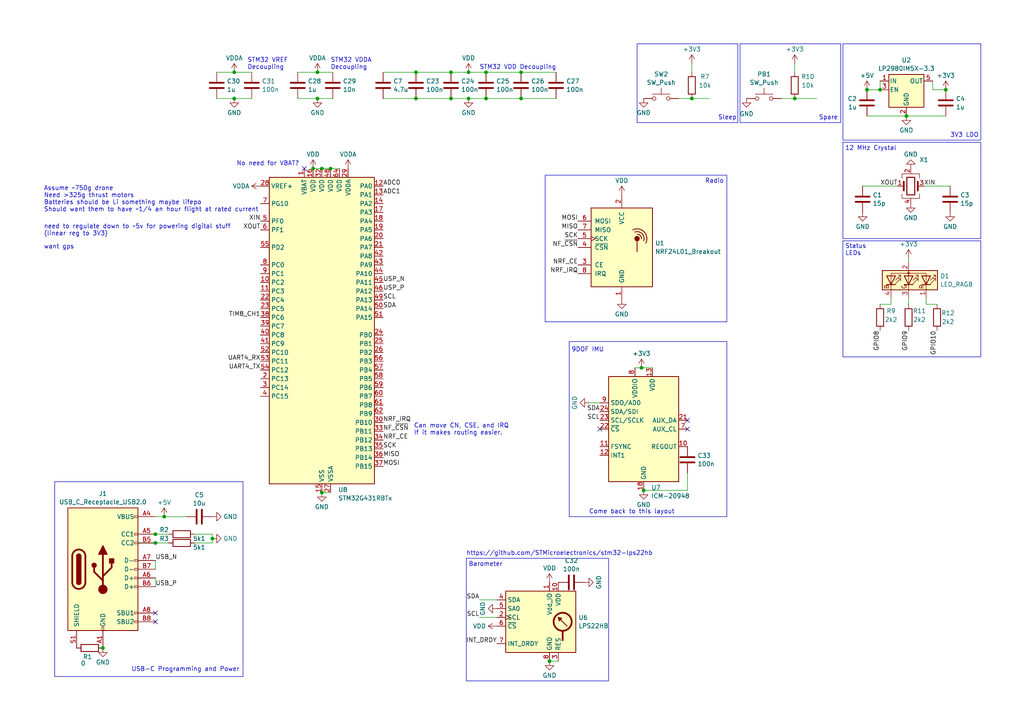
<source format=kicad_sch>
(kicad_sch (version 20230121) (generator eeschema)
  (paper "A4")
  (lib_symbols
    (symbol "Connector:USB_C_Receptacle_USB2.0" (pin_names (offset 1.016))
      (property "Reference" "J" (at -10.16 19.05 0))
      (property "Value" "USB_C_Receptacle_USB2.0" (at 19.05 19.05 0))
      (symbol "USB_C_Receptacle_USB2.0_0_0"
        (rectangle (start -0.254 -17.78) (end 0.254 -16.764))
        (rectangle (start 10.16 -14.986) (end 9.144 -15.494))
        (rectangle (start 10.16 -12.446) (end 9.144 -12.954))
        (rectangle (start 10.16 -4.826) (end 9.144 -5.334))
        (rectangle (start 10.16 -2.286) (end 9.144 -2.794))
        (rectangle (start 10.16 0.254) (end 9.144 -0.254))
        (rectangle (start 10.16 2.794) (end 9.144 2.286))
        (rectangle (start 10.16 7.874) (end 9.144 7.366))
        (rectangle (start 10.16 10.414) (end 9.144 9.906))
        (rectangle (start 10.16 15.494) (end 9.144 14.986))
      )
      (symbol "USB_C_Receptacle_USB2.0_0_1"
        (rectangle (start -10.16 17.78) (end 10.16 -17.78) (stroke (width 0.254)) (fill (type background)))
        (arc (start -8.89 -3.81) (mid -6.985 -5.7067) (end -5.08 -3.81) (stroke (width 0.508)))
        (arc (start -7.62 -3.81) (mid -6.985 -4.4423) (end -6.35 -3.81) (stroke (width 0.254)))
        (arc (start -7.62 -3.81) (mid -6.985 -4.4423) (end -6.35 -3.81) (stroke (width 0.254)) (fill (type outline)))
        (rectangle (start -7.62 -3.81) (end -6.35 3.81) (stroke (width 0.254)) (fill (type outline)))
        (arc (start -6.35 3.81) (mid -6.985 4.4423) (end -7.62 3.81) (stroke (width 0.254)))
        (arc (start -6.35 3.81) (mid -6.985 4.4423) (end -7.62 3.81) (stroke (width 0.254)) (fill (type outline)))
        (arc (start -5.08 3.81) (mid -6.985 5.7067) (end -8.89 3.81) (stroke (width 0.508)))
        (circle (center -2.54 1.143) (radius 0.635) (stroke (width 0.254)) (fill (type outline)))
        (circle (center 0 -5.842) (radius 1.27) (fill (type outline)))
        (polyline (pts (xy -8.89 -3.81) (xy -8.89 3.81)) (stroke (width 0.508)))
        (polyline (pts (xy -5.08 3.81) (xy -5.08 -3.81)) (stroke (width 0.508)))
        (polyline (pts (xy 0 -5.842) (xy 0 4.318)) (stroke (width 0.508)))
        (polyline (pts (xy 0 -3.302) (xy -2.54 -0.762) (xy -2.54 0.508)) (stroke (width 0.508)))
        (polyline (pts (xy 0 -2.032) (xy 2.54 0.508) (xy 2.54 1.778)) (stroke (width 0.508)))
        (polyline (pts (xy -1.27 4.318) (xy 0 6.858) (xy 1.27 4.318) (xy -1.27 4.318)) (stroke (width 0.254)) (fill (type outline)))
        (rectangle (start 1.905 1.778) (end 3.175 3.048) (stroke (width 0.254)) (fill (type outline)))
      )
      (symbol "USB_C_Receptacle_USB2.0_1_1"
        (pin passive line (at 0 -22.86 90) (length 5.08) (name "GND") (number "A1"))
        (pin passive line (at 0 -22.86 90) (length 5.08) hide (name "GND") (number "A12"))
        (pin passive line (at 15.24 15.24 180) (length 5.08) (name "VBUS") (number "A4"))
        (pin bidirectional line (at 15.24 10.16 180) (length 5.08) (name "CC1") (number "A5"))
        (pin bidirectional line (at 15.24 -2.54 180) (length 5.08) (name "D+") (number "A6"))
        (pin bidirectional line (at 15.24 2.54 180) (length 5.08) (name "D-") (number "A7"))
        (pin bidirectional line (at 15.24 -12.7 180) (length 5.08) (name "SBU1") (number "A8"))
        (pin passive line (at 15.24 15.24 180) (length 5.08) hide (name "VBUS") (number "A9"))
        (pin passive line (at 0 -22.86 90) (length 5.08) hide (name "GND") (number "B1"))
        (pin passive line (at 0 -22.86 90) (length 5.08) hide (name "GND") (number "B12"))
        (pin passive line (at 15.24 15.24 180) (length 5.08) hide (name "VBUS") (number "B4"))
        (pin bidirectional line (at 15.24 7.62 180) (length 5.08) (name "CC2") (number "B5"))
        (pin bidirectional line (at 15.24 -5.08 180) (length 5.08) (name "D+") (number "B6"))
        (pin bidirectional line (at 15.24 0 180) (length 5.08) (name "D-") (number "B7"))
        (pin bidirectional line (at 15.24 -15.24 180) (length 5.08) (name "SBU2") (number "B8"))
        (pin passive line (at 15.24 15.24 180) (length 5.08) hide (name "VBUS") (number "B9"))
        (pin passive line (at -7.62 -22.86 90) (length 5.08) (name "SHIELD") (number "S1"))
      )
    )
    (symbol "Device:C" (pin_numbers hide) (pin_names (offset 0.254))
      (property "Reference" "C" (at 0.635 2.54 0))
      (property "Value" "C" (at 0.635 -2.54 0))
      (symbol "C_0_1"
        (polyline (pts (xy -2.032 -0.762) (xy 2.032 -0.762)) (stroke (width 0.508)))
        (polyline (pts (xy -2.032 0.762) (xy 2.032 0.762)) (stroke (width 0.508)))
      )
      (symbol "C_1_1"
        (pin passive line (at 0 3.81 270) (length 2.794) (name "~") (number "1"))
        (pin passive line (at 0 -3.81 90) (length 2.794) (name "~") (number "2"))
      )
    )
    (symbol "Device:Crystal_GND24" (pin_names (offset 1.016) hide)
      (property "Reference" "Y" (at 3.175 5.08 0))
      (property "Value" "Crystal_GND24" (at 3.175 3.175 0))
      (symbol "Crystal_GND24_0_1"
        (rectangle (start -1.143 2.54) (end 1.143 -2.54) (stroke (width 0.3048)))
        (polyline (pts (xy -2.54 0) (xy -2.032 0)))
        (polyline (pts (xy -2.032 -1.27) (xy -2.032 1.27)) (stroke (width 0.508)))
        (polyline (pts (xy 0 -3.81) (xy 0 -3.556)))
        (polyline (pts (xy 0 3.556) (xy 0 3.81)))
        (polyline (pts (xy 2.032 -1.27) (xy 2.032 1.27)) (stroke (width 0.508)))
        (polyline (pts (xy 2.032 0) (xy 2.54 0)))
        (polyline (pts (xy -2.54 -2.286) (xy -2.54 -3.556) (xy 2.54 -3.556) (xy 2.54 -2.286)))
        (polyline (pts (xy -2.54 2.286) (xy -2.54 3.556) (xy 2.54 3.556) (xy 2.54 2.286)))
      )
      (symbol "Crystal_GND24_1_1"
        (pin passive line (at -3.81 0 0) (length 1.27) (name "1") (number "1"))
        (pin passive line (at 0 5.08 270) (length 1.27) (name "2") (number "2"))
        (pin passive line (at 3.81 0 180) (length 1.27) (name "3") (number "3"))
        (pin passive line (at 0 -5.08 90) (length 1.27) (name "4") (number "4"))
      )
    )
    (symbol "Device:LED_RAGB" (pin_names (offset 0) hide)
      (property "Reference" "D" (at 0 9.398 0))
      (property "Value" "LED_RAGB" (at 0 -8.89 0))
      (symbol "LED_RAGB_0_0"
        (text "B" (at -1.905 -6.35 0) (effects (font (size 1.27 1.27))))
        (text "G" (at -1.905 -1.27 0) (effects (font (size 1.27 1.27))))
        (text "R" (at -1.905 3.81 0) (effects (font (size 1.27 1.27))))
      )
      (symbol "LED_RAGB_0_1"
        (polyline (pts (xy -1.27 -5.08) (xy -2.54 -5.08)))
        (polyline (pts (xy -1.27 -5.08) (xy 1.27 -5.08)))
        (polyline (pts (xy -1.27 -3.81) (xy -1.27 -6.35)) (stroke (width 0.254)))
        (polyline (pts (xy -1.27 0) (xy -2.54 0)))
        (polyline (pts (xy -1.27 1.27) (xy -1.27 -1.27)) (stroke (width 0.254)))
        (polyline (pts (xy -1.27 5.08) (xy -2.54 5.08)))
        (polyline (pts (xy -1.27 5.08) (xy 1.27 5.08)))
        (polyline (pts (xy -1.27 6.35) (xy -1.27 3.81)) (stroke (width 0.254)))
        (polyline (pts (xy 1.27 0) (xy -1.27 0)))
        (polyline (pts (xy 1.27 0) (xy 2.54 0)))
        (polyline (pts (xy -1.27 1.27) (xy -1.27 -1.27) (xy -1.27 -1.27)))
        (polyline (pts (xy -1.27 6.35) (xy -1.27 3.81) (xy -1.27 3.81)))
        (polyline (pts (xy 1.27 -5.08) (xy 2.032 -5.08) (xy 2.032 5.08) (xy 1.27 5.08)))
        (polyline (pts (xy 1.27 -3.81) (xy 1.27 -6.35) (xy -1.27 -5.08) (xy 1.27 -3.81)) (stroke (width 0.254)))
        (polyline (pts (xy 1.27 1.27) (xy 1.27 -1.27) (xy -1.27 0) (xy 1.27 1.27)) (stroke (width 0.254)))
        (polyline (pts (xy 1.27 6.35) (xy 1.27 3.81) (xy -1.27 5.08) (xy 1.27 6.35)) (stroke (width 0.254)))
        (polyline (pts (xy -1.016 -3.81) (xy 0.508 -2.286) (xy -0.254 -2.286) (xy 0.508 -2.286) (xy 0.508 -3.048)))
        (polyline (pts (xy -1.016 1.27) (xy 0.508 2.794) (xy -0.254 2.794) (xy 0.508 2.794) (xy 0.508 2.032)))
        (polyline (pts (xy -1.016 6.35) (xy 0.508 7.874) (xy -0.254 7.874) (xy 0.508 7.874) (xy 0.508 7.112)))
        (polyline (pts (xy 0 -3.81) (xy 1.524 -2.286) (xy 0.762 -2.286) (xy 1.524 -2.286) (xy 1.524 -3.048)))
        (polyline (pts (xy 0 1.27) (xy 1.524 2.794) (xy 0.762 2.794) (xy 1.524 2.794) (xy 1.524 2.032)))
        (polyline (pts (xy 0 6.35) (xy 1.524 7.874) (xy 0.762 7.874) (xy 1.524 7.874) (xy 1.524 7.112)))
        (rectangle (start 1.27 -1.27) (end 1.27 1.27))
        (rectangle (start 1.27 1.27) (end 1.27 1.27))
        (rectangle (start 1.27 3.81) (end 1.27 6.35))
        (rectangle (start 1.27 6.35) (end 1.27 6.35))
        (circle (center 2.032 0) (radius 0.254) (fill (type outline)))
        (rectangle (start 2.794 8.382) (end -2.794 -7.62) (stroke (width 0.254)) (fill (type background)))
      )
      (symbol "LED_RAGB_1_1"
        (pin passive line (at -5.08 5.08 0) (length 2.54) (name "RK") (number "1"))
        (pin passive line (at 5.08 0 180) (length 2.54) (name "A") (number "2"))
        (pin passive line (at -5.08 0 0) (length 2.54) (name "GK") (number "3"))
        (pin passive line (at -5.08 -5.08 0) (length 2.54) (name "BK") (number "4"))
      )
    )
    (symbol "Device:R" (pin_numbers hide) (pin_names (offset 0))
      (property "Reference" "R" (at 2.032 0 90))
      (property "Value" "R" (at 0 0 90))
      (symbol "R_0_1"
        (rectangle (start -1.016 -2.54) (end 1.016 2.54) (stroke (width 0.254)))
      )
      (symbol "R_1_1"
        (pin passive line (at 0 3.81 270) (length 1.27) (name "~") (number "1"))
        (pin passive line (at 0 -3.81 90) (length 1.27) (name "~") (number "2"))
      )
    )
    (symbol "MCU_ST_STM32G4:STM32G431RBTx"
      (property "Reference" "U" (at -15.24 46.99 0))
      (property "Value" "STM32G431RBTx" (at 10.16 46.99 0))
      (symbol "STM32G431RBTx_0_1"
        (rectangle (start -15.24 -43.18) (end 15.24 45.72) (stroke (width 0.254)) (fill (type background)))
      )
      (symbol "STM32G431RBTx_1_1"
        (pin power_in line (at -5.08 48.26 270) (length 2.54) (name "VBAT") (number "1"))
        (pin bidirectional line (at -17.78 15.24 0) (length 2.54) (name "PC2") (number "10"))
        (pin bidirectional line (at -17.78 12.7 0) (length 2.54) (name "PC3") (number "11"))
        (pin bidirectional line (at 17.78 43.18 180) (length 2.54) (name "PA0") (number "12"))
        (pin bidirectional line (at 17.78 40.64 180) (length 2.54) (name "PA1") (number "13"))
        (pin bidirectional line (at 17.78 38.1 180) (length 2.54) (name "PA2") (number "14"))
        (pin power_in line (at 0 -45.72 90) (length 2.54) (name "VSS") (number "15"))
        (pin power_in line (at -2.54 48.26 270) (length 2.54) (name "VDD") (number "16"))
        (pin bidirectional line (at 17.78 35.56 180) (length 2.54) (name "PA3") (number "17"))
        (pin bidirectional line (at 17.78 33.02 180) (length 2.54) (name "PA4") (number "18"))
        (pin bidirectional line (at 17.78 30.48 180) (length 2.54) (name "PA5") (number "19"))
        (pin bidirectional line (at -17.78 -12.7 0) (length 2.54) (name "PC13") (number "2"))
        (pin bidirectional line (at 17.78 27.94 180) (length 2.54) (name "PA6") (number "20"))
        (pin bidirectional line (at 17.78 25.4 180) (length 2.54) (name "PA7") (number "21"))
        (pin bidirectional line (at -17.78 10.16 0) (length 2.54) (name "PC4") (number "22"))
        (pin bidirectional line (at -17.78 7.62 0) (length 2.54) (name "PC5") (number "23"))
        (pin bidirectional line (at 17.78 0 180) (length 2.54) (name "PB0") (number "24"))
        (pin bidirectional line (at 17.78 -2.54 180) (length 2.54) (name "PB1") (number "25"))
        (pin bidirectional line (at 17.78 -5.08 180) (length 2.54) (name "PB2") (number "26"))
        (pin power_in line (at 2.54 -45.72 90) (length 2.54) (name "VSSA") (number "27"))
        (pin input line (at -17.78 43.18 0) (length 2.54) (name "VREF+") (number "28"))
        (pin power_in line (at 7.62 48.26 270) (length 2.54) (name "VDDA") (number "29"))
        (pin bidirectional line (at -17.78 -15.24 0) (length 2.54) (name "PC14") (number "3"))
        (pin bidirectional line (at 17.78 -25.4 180) (length 2.54) (name "PB10") (number "30"))
        (pin passive line (at 0 -45.72 90) (length 2.54) hide (name "VSS") (number "31"))
        (pin power_in line (at 0 48.26 270) (length 2.54) (name "VDD") (number "32"))
        (pin bidirectional line (at 17.78 -27.94 180) (length 2.54) (name "PB11") (number "33"))
        (pin bidirectional line (at 17.78 -30.48 180) (length 2.54) (name "PB12") (number "34"))
        (pin bidirectional line (at 17.78 -33.02 180) (length 2.54) (name "PB13") (number "35"))
        (pin bidirectional line (at 17.78 -35.56 180) (length 2.54) (name "PB14") (number "36"))
        (pin bidirectional line (at 17.78 -38.1 180) (length 2.54) (name "PB15") (number "37"))
        (pin bidirectional line (at -17.78 5.08 0) (length 2.54) (name "PC6") (number "38"))
        (pin bidirectional line (at -17.78 2.54 0) (length 2.54) (name "PC7") (number "39"))
        (pin bidirectional line (at -17.78 -17.78 0) (length 2.54) (name "PC15") (number "4"))
        (pin bidirectional line (at -17.78 0 0) (length 2.54) (name "PC8") (number "40"))
        (pin bidirectional line (at -17.78 -2.54 0) (length 2.54) (name "PC9") (number "41"))
        (pin bidirectional line (at 17.78 22.86 180) (length 2.54) (name "PA8") (number "42"))
        (pin bidirectional line (at 17.78 20.32 180) (length 2.54) (name "PA9") (number "43"))
        (pin bidirectional line (at 17.78 17.78 180) (length 2.54) (name "PA10") (number "44"))
        (pin bidirectional line (at 17.78 15.24 180) (length 2.54) (name "PA11") (number "45"))
        (pin bidirectional line (at 17.78 12.7 180) (length 2.54) (name "PA12") (number "46"))
        (pin passive line (at 0 -45.72 90) (length 2.54) hide (name "VSS") (number "47"))
        (pin power_in line (at 2.54 48.26 270) (length 2.54) (name "VDD") (number "48"))
        (pin bidirectional line (at 17.78 10.16 180) (length 2.54) (name "PA13") (number "49"))
        (pin bidirectional line (at -17.78 33.02 0) (length 2.54) (name "PF0") (number "5"))
        (pin bidirectional line (at 17.78 7.62 180) (length 2.54) (name "PA14") (number "50"))
        (pin bidirectional line (at 17.78 5.08 180) (length 2.54) (name "PA15") (number "51"))
        (pin bidirectional line (at -17.78 -5.08 0) (length 2.54) (name "PC10") (number "52"))
        (pin bidirectional line (at -17.78 -7.62 0) (length 2.54) (name "PC11") (number "53"))
        (pin bidirectional line (at -17.78 -10.16 0) (length 2.54) (name "PC12") (number "54"))
        (pin bidirectional line (at -17.78 25.4 0) (length 2.54) (name "PD2") (number "55"))
        (pin bidirectional line (at 17.78 -7.62 180) (length 2.54) (name "PB3") (number "56"))
        (pin bidirectional line (at 17.78 -10.16 180) (length 2.54) (name "PB4") (number "57"))
        (pin bidirectional line (at 17.78 -12.7 180) (length 2.54) (name "PB5") (number "58"))
        (pin bidirectional line (at 17.78 -15.24 180) (length 2.54) (name "PB6") (number "59"))
        (pin bidirectional line (at -17.78 30.48 0) (length 2.54) (name "PF1") (number "6"))
        (pin bidirectional line (at 17.78 -17.78 180) (length 2.54) (name "PB7") (number "60"))
        (pin bidirectional line (at 17.78 -20.32 180) (length 2.54) (name "PB8") (number "61"))
        (pin bidirectional line (at 17.78 -22.86 180) (length 2.54) (name "PB9") (number "62"))
        (pin passive line (at 0 -45.72 90) (length 2.54) hide (name "VSS") (number "63"))
        (pin power_in line (at 5.08 48.26 270) (length 2.54) (name "VDD") (number "64"))
        (pin bidirectional line (at -17.78 38.1 0) (length 2.54) (name "PG10") (number "7"))
        (pin bidirectional line (at -17.78 20.32 0) (length 2.54) (name "PC0") (number "8"))
        (pin bidirectional line (at -17.78 17.78 0) (length 2.54) (name "PC1") (number "9"))
      )
    )
    (symbol "RF:NRF24L01_Breakout" (pin_names (offset 1.016))
      (property "Reference" "U" (at -8.89 12.7 0))
      (property "Value" "NRF24L01_Breakout" (at 3.81 12.7 0))
      (symbol "NRF24L01_Breakout_0_1"
        (rectangle (start -8.89 11.43) (end 8.89 -11.43) (stroke (width 0.254)) (fill (type background)))
        (polyline (pts (xy 4.445 1.905) (xy 4.445 -1.27)) (stroke (width 0.254)))
        (circle (center 4.445 2.54) (radius 0.635) (stroke (width 0.254)) (fill (type outline)))
        (arc (start 5.715 2.54) (mid 5.3521 3.4546) (end 4.445 3.81) (stroke (width 0.254)))
        (arc (start 6.35 1.905) (mid 5.8763 3.9854) (end 3.81 4.445) (stroke (width 0.254)))
        (arc (start 6.985 1.27) (mid 6.453 4.548) (end 3.175 5.08) (stroke (width 0.254)))
      )
      (symbol "NRF24L01_Breakout_1_1"
        (pin power_in line (at 0 -15.24 90) (length 3.81) (name "GND") (number "1"))
        (pin power_in line (at 0 15.24 270) (length 3.81) (name "VCC") (number "2"))
        (pin input line (at -12.7 -5.08 0) (length 3.81) (name "CE") (number "3"))
        (pin input line (at -12.7 0 0) (length 3.81) (name "~{CSN}") (number "4"))
        (pin input clock (at -12.7 2.54 0) (length 3.81) (name "SCK") (number "5"))
        (pin input line (at -12.7 7.62 0) (length 3.81) (name "MOSI") (number "6"))
        (pin output line (at -12.7 5.08 0) (length 3.81) (name "MISO") (number "7"))
        (pin output line (at -12.7 -7.62 0) (length 3.81) (name "IRQ") (number "8"))
      )
    )
    (symbol "Regulator_Linear:TLV70033_SOT23-5" (pin_names (offset 0.254))
      (property "Reference" "U" (at -3.81 5.715 0))
      (property "Value" "TLV70033_SOT23-5" (at 0 5.715 0))
      (symbol "TLV70033_SOT23-5_0_1"
        (rectangle (start -5.08 4.445) (end 5.08 -5.08) (stroke (width 0.254)) (fill (type background)))
      )
      (symbol "TLV70033_SOT23-5_1_1"
        (pin power_in line (at -7.62 2.54 0) (length 2.54) (name "IN") (number "1"))
        (pin power_in line (at 0 -7.62 90) (length 2.54) (name "GND") (number "2"))
        (pin input line (at -7.62 0 0) (length 2.54) (name "EN") (number "3"))
        (pin no_connect line (at 5.08 0 180) (length 2.54) hide (name "NC") (number "4"))
        (pin power_out line (at 7.62 2.54 180) (length 2.54) (name "OUT") (number "5"))
      )
    )
    (symbol "Sensor_Motion:ICM-20948"
      (property "Reference" "U" (at -11.43 16.51 0))
      (property "Value" "ICM-20948" (at 7.62 -16.51 0))
      (symbol "ICM-20948_0_1"
        (rectangle (start -10.16 15.24) (end 10.16 -15.24) (stroke (width 0.254)) (fill (type background)))
      )
      (symbol "ICM-20948_1_1"
        (pin no_connect line (at -10.16 12.7 0) (length 2.54) hide (name "NC") (number "1"))
        (pin passive line (at 12.7 -5.08 180) (length 2.54) (name "REGOUT") (number "10"))
        (pin input line (at -12.7 -5.08 0) (length 2.54) (name "FSYNC") (number "11"))
        (pin output line (at -12.7 -7.62 0) (length 2.54) (name "INT1") (number "12"))
        (pin power_in line (at 2.54 17.78 270) (length 2.54) (name "VDD") (number "13"))
        (pin no_connect line (at 10.16 7.62 180) (length 2.54) hide (name "NC") (number "14"))
        (pin no_connect line (at 10.16 5.08 180) (length 2.54) hide (name "NC") (number "15"))
        (pin no_connect line (at 10.16 -7.62 180) (length 2.54) hide (name "NC") (number "16"))
        (pin no_connect line (at 10.16 -10.16 180) (length 2.54) hide (name "NC") (number "17"))
        (pin power_in line (at 0 -17.78 90) (length 2.54) (name "GND") (number "18"))
        (pin no_connect line (at 10.16 -12.7 180) (length 2.54) hide (name "RESV") (number "19"))
        (pin no_connect line (at -10.16 10.16 0) (length 2.54) hide (name "NC") (number "2"))
        (pin passive line (at 0 -17.78 90) (length 2.54) hide (name "GND") (number "20"))
        (pin bidirectional line (at 12.7 2.54 180) (length 2.54) (name "AUX_DA") (number "21"))
        (pin input line (at -12.7 0 0) (length 2.54) (name "~{CS}") (number "22"))
        (pin input line (at -12.7 2.54 0) (length 2.54) (name "SCL/SCLK") (number "23"))
        (pin bidirectional line (at -12.7 5.08 0) (length 2.54) (name "SDA/SDI") (number "24"))
        (pin no_connect line (at -10.16 -2.54 0) (length 2.54) hide (name "NC") (number "3"))
        (pin no_connect line (at -10.16 -10.16 0) (length 2.54) hide (name "NC") (number "4"))
        (pin no_connect line (at -10.16 -12.7 0) (length 2.54) hide (name "NC") (number "5"))
        (pin no_connect line (at 10.16 10.16 180) (length 2.54) hide (name "NC") (number "6"))
        (pin output line (at 12.7 0 180) (length 2.54) (name "AUX_CL") (number "7"))
        (pin power_in line (at -2.54 17.78 270) (length 2.54) (name "VDDIO") (number "8"))
        (pin bidirectional line (at -12.7 7.62 0) (length 2.54) (name "SDO/AD0") (number "9"))
      )
    )
    (symbol "Sensor_Pressure:LPS22HB"
      (property "Reference" "U" (at -11.43 1.27 0))
      (property "Value" "LPS22HB" (at -11.43 -1.27 0))
      (symbol "LPS22HB_0_1"
        (rectangle (start -10.16 10.16) (end 10.16 -7.62) (stroke (width 0.254)) (fill (type background)))
        (circle (center -6.35 1.27) (radius 2.6162) (stroke (width 0.508)))
        (polyline (pts (xy -7.62 0) (xy -5.08 2.54)) (stroke (width 0.254)))
        (polyline (pts (xy -6.35 -1.524) (xy -6.35 -4.064)) (stroke (width 0.508)))
        (polyline (pts (xy -5.08 2.54) (xy -5.334 1.524) (xy -6.096 2.286) (xy -5.08 2.54)) (stroke (width 0.254)) (fill (type outline)))
      )
      (symbol "LPS22HB_1_1"
        (pin power_in line (at -2.54 12.7 270) (length 2.54) (name "Vdd_IO") (number "1"))
        (pin power_in line (at -5.08 12.7 270) (length 2.54) (name "VDD") (number "10"))
        (pin input clock (at 12.7 2.54 180) (length 2.54) (name "SCL") (number "2"))
        (pin passive line (at -5.08 -10.16 90) (length 2.54) (name "RES") (number "3"))
        (pin bidirectional line (at 12.7 7.62 180) (length 2.54) (name "SDA") (number "4"))
        (pin input line (at 12.7 5.08 180) (length 2.54) (name "SA0") (number "5"))
        (pin input line (at 12.7 0 180) (length 2.54) (name "~{CS}") (number "6"))
        (pin output line (at 12.7 -5.08 180) (length 2.54) (name "INT_DRDY") (number "7"))
        (pin power_in line (at -2.54 -10.16 90) (length 2.54) (name "GND") (number "8"))
        (pin passive line (at -2.54 -10.16 90) (length 2.54) hide (name "GND") (number "9"))
      )
    )
    (symbol "Switch:SW_Push" (pin_numbers hide) (pin_names (offset 1.016) hide)
      (property "Reference" "SW" (at 1.27 2.54 0))
      (property "Value" "SW_Push" (at 0 -1.524 0))
      (symbol "SW_Push_0_1"
        (circle (center -2.032 0) (radius 0.508))
        (polyline (pts (xy 0 1.27) (xy 0 3.048)))
        (polyline (pts (xy 2.54 1.27) (xy -2.54 1.27)))
        (circle (center 2.032 0) (radius 0.508))
        (pin passive line (at -5.08 0 0) (length 2.54) (name "1") (number "1"))
        (pin passive line (at 5.08 0 180) (length 2.54) (name "2") (number "2"))
      )
    )
    (symbol "power:+3V3" (power) (pin_names (offset 0))
      (property "Value" "+3V3" (at 0 3.556 0))
      (symbol "+3V3_0_1"
        (polyline (pts (xy -0.762 1.27) (xy 0 2.54)))
        (polyline (pts (xy 0 0) (xy 0 2.54)))
        (polyline (pts (xy 0 2.54) (xy 0.762 1.27)))
      )
      (symbol "+3V3_1_1"
        (pin power_in line (at 0 0 90) (length 0) hide (name "+3V3") (number "1"))
      )
    )
    (symbol "power:+5V" (power) (pin_names (offset 0))
      (property "Value" "+5V" (at 0 3.556 0))
      (symbol "+5V_0_1"
        (polyline (pts (xy -0.762 1.27) (xy 0 2.54)))
        (polyline (pts (xy 0 0) (xy 0 2.54)))
        (polyline (pts (xy 0 2.54) (xy 0.762 1.27)))
      )
      (symbol "+5V_1_1"
        (pin power_in line (at 0 0 90) (length 0) hide (name "+5V") (number "1"))
      )
    )
    (symbol "power:GND" (power) (pin_names (offset 0))
      (property "Value" "GND" (at 0 -3.81 0))
      (symbol "GND_0_1"
        (polyline (pts (xy 0 0) (xy 0 -1.27) (xy 1.27 -1.27) (xy 0 -2.54) (xy -1.27 -1.27) (xy 0 -1.27)))
      )
      (symbol "GND_1_1"
        (pin power_in line (at 0 0 270) (length 0) hide (name "GND") (number "1"))
      )
    )
    (symbol "power:VDD" (power) (pin_names (offset 0))
      (property "Value" "VDD" (at 0 3.81 0))
      (symbol "VDD_0_1"
        (polyline (pts (xy -0.762 1.27) (xy 0 2.54)))
        (polyline (pts (xy 0 0) (xy 0 2.54)))
        (polyline (pts (xy 0 2.54) (xy 0.762 1.27)))
      )
      (symbol "VDD_1_1"
        (pin power_in line (at 0 0 90) (length 0) hide (name "VDD") (number "1"))
      )
    )
    (symbol "power:VDDA" (power) (pin_names (offset 0))
      (property "Value" "VDDA" (at 0 3.81 0))
      (symbol "VDDA_0_1"
        (polyline (pts (xy -0.762 1.27) (xy 0 2.54)))
        (polyline (pts (xy 0 0) (xy 0 2.54)))
        (polyline (pts (xy 0 2.54) (xy 0.762 1.27)))
      )
      (symbol "VDDA_1_1"
        (pin power_in line (at 0 0 90) (length 0) hide (name "VDDA") (number "1"))
      )
    )
  )
  (junction (at 92.075 20.955))
  (junction (at 200.66 28.575))
  (junction (at 95.885 48.895))
  (junction (at 67.945 28.575))
  (junction (at 29.845 187.96))
  (junction (at 93.345 142.875))
  (junction (at 151.13 20.955))
  (junction (at 140.97 28.575))
  (junction (at 151.13 28.575))
  (junction (at 47.625 149.86))
  (junction (at 255.27 26.035))
  (junction (at 45.085 157.48))
  (junction (at 93.345 48.895))
  (junction (at 67.945 20.955))
  (junction (at 274.32 26.035))
  (junction (at 159.385 191.77))
  (junction (at 262.89 33.655))
  (junction (at 186.69 142.24))
  (junction (at 90.805 48.895))
  (junction (at 251.46 26.035))
  (junction (at 120.65 28.575))
  (junction (at 45.085 154.94))
  (junction (at 120.65 20.955))
  (junction (at 130.81 20.955))
  (junction (at 230.505 28.575))
  (junction (at 135.89 28.575))
  (junction (at 140.97 20.955))
  (junction (at 186.055 106.68))
  (junction (at 135.89 20.955))
  (junction (at 130.81 28.575))
  (junction (at 61.595 156.21))
  (junction (at 92.075 28.575))
  (no_connect (at 199.39 124.46))
  (no_connect (at 173.99 124.46))
  (no_connect (at 88.265 48.895))
  (no_connect (at 45.085 180.34))
  (no_connect (at 45.085 177.8))
  (no_connect (at 199.39 121.92))
  (wire (pts (xy 61.595 157.48) (xy 61.595 156.21)))
  (wire (pts (xy 230.505 28.575) (xy 236.855 28.575)))
  (wire (pts (xy 199.39 142.24) (xy 186.69 142.24)))
  (wire (pts (xy 40.005 157.48) (xy 45.085 157.48)))
  (wire (pts (xy 120.65 28.575) (xy 130.81 28.575)))
  (wire (pts (xy 45.085 154.94) (xy 48.895 154.94)))
  (wire (pts (xy 45.085 157.48) (xy 48.895 157.48)))
  (wire (pts (xy 196.85 28.575) (xy 200.66 28.575)))
  (wire (pts (xy 45.085 162.56) (xy 45.085 165.1)))
  (wire (pts (xy 111.125 20.955) (xy 120.65 20.955)))
  (wire (pts (xy 111.125 28.575) (xy 120.65 28.575)))
  (wire (pts (xy 226.695 28.575) (xy 230.505 28.575)))
  (wire (pts (xy 40.005 154.94) (xy 45.085 154.94)))
  (wire (pts (xy 95.885 48.895) (xy 98.425 48.895)))
  (wire (pts (xy 186.055 106.68) (xy 189.23 106.68)))
  (wire (pts (xy 86.36 28.575) (xy 92.075 28.575)))
  (wire (pts (xy 268.605 88.265) (xy 268.605 86.36)))
  (wire (pts (xy 139.065 173.99) (xy 144.145 173.99)))
  (wire (pts (xy 130.81 20.955) (xy 135.89 20.955)))
  (wire (pts (xy 258.445 88.265) (xy 258.445 86.36)))
  (wire (pts (xy 230.505 18.415) (xy 230.505 20.955)))
  (wire (pts (xy 120.65 20.955) (xy 130.81 20.955)))
  (wire (pts (xy 56.515 154.94) (xy 61.595 154.94)))
  (wire (pts (xy 62.865 28.575) (xy 67.945 28.575)))
  (wire (pts (xy 140.97 28.575) (xy 151.13 28.575)))
  (wire (pts (xy 62.865 20.955) (xy 67.945 20.955)))
  (wire (pts (xy 47.625 149.86) (xy 45.085 149.86)))
  (wire (pts (xy 170.815 116.84) (xy 173.99 116.84)))
  (wire (pts (xy 251.46 26.035) (xy 255.27 26.035)))
  (wire (pts (xy 199.39 137.16) (xy 199.39 142.24)))
  (wire (pts (xy 262.89 33.655) (xy 274.32 33.655)))
  (wire (pts (xy 260.35 53.975) (xy 250.19 53.975)))
  (wire (pts (xy 130.81 28.575) (xy 135.89 28.575)))
  (wire (pts (xy 53.975 149.86) (xy 47.625 149.86)))
  (wire (pts (xy 151.13 28.575) (xy 161.29 28.575)))
  (wire (pts (xy 93.345 142.875) (xy 95.885 142.875)))
  (wire (pts (xy 184.15 106.68) (xy 186.055 106.68)))
  (wire (pts (xy 93.345 48.895) (xy 95.885 48.895)))
  (wire (pts (xy 140.97 20.955) (xy 151.13 20.955)))
  (wire (pts (xy 159.385 191.77) (xy 161.925 191.77)))
  (wire (pts (xy 86.36 20.955) (xy 92.075 20.955)))
  (wire (pts (xy 151.13 20.955) (xy 161.29 20.955)))
  (wire (pts (xy 267.97 53.975) (xy 275.59 53.975)))
  (wire (pts (xy 90.805 48.895) (xy 93.345 48.895)))
  (wire (pts (xy 271.78 88.265) (xy 268.605 88.265)))
  (wire (pts (xy 251.46 33.655) (xy 262.89 33.655)))
  (wire (pts (xy 67.945 28.575) (xy 73.025 28.575)))
  (wire (pts (xy 61.595 154.94) (xy 61.595 156.21)))
  (wire (pts (xy 274.32 26.035) (xy 270.51 26.035)))
  (wire (pts (xy 92.075 20.955) (xy 96.52 20.955)))
  (wire (pts (xy 139.065 179.07) (xy 144.145 179.07)))
  (wire (pts (xy 135.89 28.575) (xy 140.97 28.575)))
  (wire (pts (xy 67.945 20.955) (xy 73.025 20.955)))
  (wire (pts (xy 92.075 28.575) (xy 96.52 28.575)))
  (wire (pts (xy 270.51 23.495) (xy 270.51 26.035)))
  (wire (pts (xy 200.66 28.575) (xy 205.74 28.575)))
  (wire (pts (xy 56.515 157.48) (xy 61.595 157.48)))
  (wire (pts (xy 255.27 23.495) (xy 255.27 26.035)))
  (wire (pts (xy 263.525 74.93) (xy 263.525 76.2)))
  (wire (pts (xy 255.27 88.265) (xy 258.445 88.265)))
  (wire (pts (xy 45.085 167.64) (xy 45.085 170.18)))
  (wire (pts (xy 135.89 20.955) (xy 140.97 20.955)))
  (wire (pts (xy 263.525 88.265) (xy 263.525 86.36)))
  (wire (pts (xy 200.66 18.415) (xy 200.66 20.955)))
  (rectangle (start 15.875 139.7) (end 70.485 196.215))
  (rectangle (start 244.475 69.85) (end 284.48 103.505))
  (rectangle (start 158.115 50.8) (end 210.82 93.345))
  (rectangle (start 244.475 12.7) (end 284.48 40.64))
  (rectangle (start 135.255 161.925) (end 176.53 197.485))
  (rectangle (start 244.475 41.275) (end 284.48 69.215))
  (rectangle (start 165.1 99.06) (end 210.82 149.86))
  (rectangle (start 214.63 12.7) (end 243.84 35.56))
  (rectangle (start 184.785 12.7) (end 213.995 35.56))
  (text "https://github.com/STMicroelectronics/stm32-lps22hb" (at 135.255 161.29 0) (effects (font (size 1.27 1.27)) (justify left bottom)))
  (text "STM32 VREF \nDecoupling " (at 71.755 20.32 0) (effects (font (size 1.27 1.27)) (justify left bottom)))
  (text "Spare" (at 237.49 34.925 0) (effects (font (size 1.27 1.27)) (justify left bottom)))
  (text "9DOF IMU" (at 165.735 102.235 0) (effects (font (size 1.27 1.27)) (justify left bottom)))
  (text "STM32 VDD Decoupling " (at 139.065 20.32 0) (effects (font (size 1.27 1.27)) (justify left bottom)))
  (text "12 MHz Crystal" (at 245.11 43.815 0) (effects (font (size 1.27 1.27)) (justify left bottom)))
  (text "want gps" (at 12.7 72.39 0) (effects (font (size 1.27 1.27)) (justify left bottom)))
  (text "USB-C Programming and Power" (at 38.1 194.945 0) (effects (font (size 1.27 1.27)) (justify left bottom)))
  (text "Sleep" (at 208.28 34.925 0) (effects (font (size 1.27 1.27)) (justify left bottom)))
  (text "3V3 LDO" (at 275.59 40.005 0) (effects (font (size 1.27 1.27)) (justify left bottom)))
  (text "need to regulate down to ~5v for powering digital stuff \n(linear reg to 3V3)" (at 12.7 68.58 0) (effects (font (size 1.27 1.27)) (justify left bottom)))
  (text "Assume ~750g drone \nNeed >325g thrust motors\nBatteries should be Li something maybe lifepo\nShould want them to have ~1/4 an hour flight at rated current" (at 12.7 61.595 0) (effects (font (size 1.27 1.27)) (justify left bottom)))
  (text "Radio" (at 204.47 53.34 0) (effects (font (size 1.27 1.27)) (justify left bottom)))
  (text "STM32 VDDA \nDecoupling " (at 95.885 20.32 0) (effects (font (size 1.27 1.27)) (justify left bottom)))
  (text "Can move CN, CSE, and IRQ\nIf it makes routing easier." (at 120.015 126.365 0) (effects (font (size 1.27 1.27)) (justify left bottom)))
  (text "No need for VBAT?" (at 68.58 48.26 0) (effects (font (size 1.27 1.27)) (justify left bottom)))
  (text "Barometer" (at 135.89 164.465 0) (effects (font (size 1.27 1.27)) (justify left bottom)))
  (text "Status \nLEDs" (at 245.11 74.295 0) (effects (font (size 1.27 1.27)) (justify left bottom)))
  (text "Come back to this layout" (at 170.815 149.225 0) (effects (font (size 1.27 1.27)) (justify left bottom)))
  (label "USB_P" (at 45.085 170.18 0))
  (label "USP_P" (at 111.125 84.455 0))
  (label "XIN" (at 267.97 53.975 0))
  (label "SCL" (at 111.125 86.995 0))
  (label "GPIO10" (at 271.78 95.885 270))
  (label "SDA" (at 173.99 119.38 180))
  (label "NF_~{CSN}" (at 111.125 125.095 0))
  (label "MISO" (at 111.125 132.715 0))
  (label "NRF_CE" (at 167.64 76.835 180))
  (label "TIM8_CH1" (at 75.565 92.075 180))
  (label "XOUT" (at 75.565 66.675 180))
  (label "SCK" (at 111.125 130.175 0))
  (label "GPIO9" (at 263.525 95.885 270))
  (label "XOUT" (at 260.35 53.975 180))
  (label "NRF_CE" (at 111.125 127.635 0))
  (label "SDA" (at 111.125 89.535 0))
  (label "SDA" (at 139.065 173.99 180))
  (label "SCL" (at 173.99 121.92 180))
  (label "GPIO8" (at 255.27 95.885 270))
  (label "INT_DRDY" (at 144.145 186.69 180))
  (label "USB_N" (at 45.085 162.56 0))
  (label "MOSI" (at 167.64 64.135 180))
  (label "SCK" (at 167.64 69.215 180))
  (label "ADC1" (at 111.125 56.515 0))
  (label "MOSI" (at 111.125 135.255 0))
  (label "MISO" (at 167.64 66.675 180))
  (label "UART4_RX" (at 75.565 104.775 180))
  (label "SCL" (at 139.065 179.07 180))
  (label "NRF_IRQ" (at 111.125 122.555 0))
  (label "UART4_TX" (at 75.565 107.315 180))
  (label "XIN" (at 75.565 64.135 180))
  (label "ADC0" (at 111.125 53.975 0))
  (label "NRF_IRQ" (at 167.64 79.375 180))
  (label "NF_~{CSN}" (at 167.64 71.755 180))
  (label "USP_N" (at 111.125 81.915 0))
  (symbol (lib_id "power:GND") (at 180.34 86.995 0) (unit 1)
    (property "Reference" "#PWR059" (effects hide))
    (property "Value" "GND" (at 180.34 91.1281 0))
  )
  (symbol (lib_id "power:GND") (at 262.89 33.655 0) (unit 1)
    (property "Reference" "#PWR06" (effects hide))
    (property "Value" "GND" (at 262.89 37.7881 0))
  )
  (symbol (lib_id "power:VDD") (at 180.34 56.515 0) (unit 1)
    (property "Reference" "#PWR060" (effects hide))
    (property "Value" "VDD" (at 180.34 52.3819 0))
  )
  (symbol (lib_id "Switch:SW_Push") (at 191.77 28.575 0) (unit 1)
    (property "Reference" "SW2" (at 191.77 21.5097 0))
    (property "Value" "SW_Push" (at 191.77 23.9339 0))
    (property "Footprint" "Button_Switch_SMD:SW_SPST_PTS810" (effects hide))
    (property "Datasheet" "https://wmsc.lcsc.com/wmsc/upload/file/pdf/v2/lcsc/2109061830_BZCN-TSA016A2518C_C2888430.pdf" (effects hide))
    (property "JLC Part Number" "C2888430" (effects hide))
    (property "JLC Link" "https://jlcpcb.com/partdetail/Bzcn-TSA016A2518C/C2888430" (effects hide))
  )
  (symbol (lib_id "power:GND") (at 144.145 176.53 270) (mirror x) (unit 1)
    (property "Reference" "#PWR063" (effects hide))
    (property "Value" "GND" (at 140.0119 176.53 0))
  )
  (symbol (lib_id "Device:R") (at 52.705 157.48 90) (unit 1)
    (property "Reference" "R3" (at 47.625 156.21 90))
    (property "Value" "5k1" (at 57.785 158.75 90))
    (property "Footprint" "Resistor_SMD:R_0603_1608Metric" (effects hide))
    (property "Datasheet" "https://wmsc.lcsc.com/wmsc/upload/file/pdf/v2/lcsc/2206010045_UNI-ROYAL-Uniroyal-Elec-0402WGF5101TCE_C25905.pdf" (effects hide))
    (property "JLC Link" "https://jlcpcb.com/partdetail/26648-0402WGF5101TCE/C25905" (effects hide))
    (property "JLC Part Number" "C25905" (effects hide))
  )
  (symbol (lib_id "power:VDDA") (at 75.565 53.975 90) (unit 1)
    (property "Reference" "#PWR057" (effects hide))
    (property "Value" "VDDA" (at 72.39 53.975 90) (effects (justify left)))
  )
  (symbol (lib_id "power:+3V3") (at 263.525 74.93 0) (unit 1)
    (property "Reference" "#PWR014" (effects hide))
    (property "Value" "+3V3" (at 263.525 70.7969 0))
  )
  (symbol (lib_id "Device:C") (at 73.025 24.765 0) (unit 1)
    (property "Reference" "C31" (at 75.946 23.5529 0) (effects (justify left)))
    (property "Value" "100n" (at 75.946 25.9771 0) (effects (justify left)))
    (property "Footprint" "Capacitor_SMD:C_0603_1608Metric" (effects hide))
  )
  (symbol (lib_id "Device:R") (at 200.66 24.765 0) (unit 1)
    (property "Reference" "R7" (at 204.47 22.225 0))
    (property "Value" "10k" (at 204.47 24.765 0))
    (property "Footprint" "Resistor_SMD:R_0603_1608Metric" (effects hide))
    (property "Datasheet" "https://wmsc.lcsc.com/wmsc/upload/file/pdf/v2/lcsc/2206010100_UNI-ROYAL-Uniroyal-Elec-0402WGF1002TCE_C25744.pdf" (effects hide))
    (property "JLC Link" "https://jlcpcb.com/partdetail/26487-0402WGF1002TCE/C25744" (effects hide))
    (property "JLC Part Number" "C25744" (effects hide))
  )
  (symbol (lib_id "power:+5V") (at 47.625 149.86 0) (unit 1)
    (property "Reference" "#PWR09" (effects hide))
    (property "Value" "+5V" (at 47.625 145.7269 0))
  )
  (symbol (lib_id "Device:C") (at 274.32 29.845 180) (unit 1)
    (property "Reference" "C4" (at 277.241 28.6329 0) (effects (justify right)))
    (property "Value" "1u" (at 277.241 31.0571 0) (effects (justify right)))
    (property "Footprint" "Capacitor_SMD:C_0603_1608Metric" (effects hide))
    (property "Datasheet" "https://wmsc.lcsc.com/wmsc/upload/file/pdf/v2/lcsc/2005261833_Murata-Electronics-GRM155Z71A105KE01D_C528974.pdf" (effects hide))
    (property "JLC Link" "https://jlcpcb.com/partdetail/548880-GRM155Z71A105KE01D/C528974" (effects hide))
    (property "JLC Part Number" "C52923" (effects hide))
  )
  (symbol (lib_id "Device:C") (at 140.97 24.765 0) (unit 1)
    (property "Reference" "C25" (at 143.891 23.5529 0) (effects (justify left)))
    (property "Value" "100n" (at 143.891 25.9771 0) (effects (justify left)))
    (property "Footprint" "Capacitor_SMD:C_0603_1608Metric" (effects hide))
  )
  (symbol (lib_id "Device:C") (at 199.39 133.35 180) (unit 1)
    (property "Reference" "C33" (at 202.311 132.1379 0) (effects (justify right)))
    (property "Value" "100n" (at 202.311 134.5621 0) (effects (justify right)))
    (property "Footprint" "Capacitor_SMD:C_0603_1608Metric" (effects hide))
  )
  (symbol (lib_id "Device:C") (at 86.36 24.765 0) (unit 1)
    (property "Reference" "C28" (at 89.281 23.5529 0) (effects (justify left)))
    (property "Value" "1u" (at 89.281 25.9771 0) (effects (justify left)))
    (property "Footprint" "Capacitor_SMD:C_0603_1608Metric" (effects hide))
  )
  (symbol (lib_id "Device:C") (at 151.13 24.765 0) (unit 1)
    (property "Reference" "C26" (at 154.051 23.5529 0) (effects (justify left)))
    (property "Value" "100n" (at 154.051 25.9771 0) (effects (justify left)))
    (property "Footprint" "Capacitor_SMD:C_0603_1608Metric" (effects hide))
  )
  (symbol (lib_id "power:+3V3") (at 186.055 106.68 0) (unit 1)
    (property "Reference" "#PWR017" (effects hide))
    (property "Value" "+3V3" (at 186.055 102.5469 0))
  )
  (symbol (lib_id "Device:Crystal_GND24") (at 264.16 53.975 0) (unit 1)
    (property "Reference" "X1" (at 267.97 46.355 0))
    (property "Value" "ABM8G-12.000MHZ-B4Y-T" (effects hide))
    (property "Footprint" "Oscillator:Oscillator_SMD_Abracon_ASE-4Pin_3.2x2.5mm" (effects hide))
    (property "JLC Part Number" "C276421" (effects hide))
    (property "JLC Link" "https://jlcpcb.com/partdetail/AbraconLlc-ABM8G_12_000MHZ_B4YT/C276421" (effects hide))
  )
  (symbol (lib_id "Regulator_Linear:TLV70033_SOT23-5") (at 262.89 26.035 0) (unit 1)
    (property "Reference" "U2" (at 262.89 17.4457 0))
    (property "Value" "LP2980IM5X-3.3" (at 262.89 19.8699 0))
    (property "Footprint" "Package_TO_SOT_SMD:SOT-23-5" (effects hide))
    (property "Datasheet" "https://wmsc.lcsc.com/wmsc/upload/file/pdf/v2/lcsc/2311021508_TECH-PUBLIC-LP2980IM5X-3-3_C5380654.pdf" (effects hide))
    (property "JLC Link" "https://jlcpcb.com/partdetail/TechPublic-LP2980IM5X_33/C5380654" (effects hide))
    (property "JLC Part Number" "C5380654" (effects hide))
  )
  (symbol (lib_id "Device:C") (at 251.46 29.845 0) (mirror x) (unit 1)
    (property "Reference" "C2" (at 248.539 28.6329 0) (effects (justify right)))
    (property "Value" "1u" (at 248.539 31.0571 0) (effects (justify right)))
    (property "Footprint" "Capacitor_SMD:C_0603_1608Metric" (effects hide))
    (property "Datasheet" "https://wmsc.lcsc.com/wmsc/upload/file/pdf/v2/lcsc/2005261833_Murata-Electronics-GRM155Z71A105KE01D_C528974.pdf" (effects hide))
    (property "JLC Link" "https://jlcpcb.com/partdetail/548880-GRM155Z71A105KE01D/C528974" (effects hide))
    (property "JLC Part Number" "C52923" (effects hide))
  )
  (symbol (lib_id "Device:C") (at 275.59 57.785 180) (unit 1)
    (property "Reference" "C3" (at 278.511 56.5729 0) (effects (justify right)))
    (property "Value" "15p" (at 278.511 58.9971 0) (effects (justify right)))
    (property "Footprint" "Capacitor_SMD:C_0402_1005Metric" (effects hide))
    (property "Datasheet" "https://wmsc.lcsc.com/wmsc/upload/file/pdf/v2/lcsc/2304140030_YAGEO-CC0402JRNPO9BN150_C106997.pdf" (effects hide))
    (property "JLC Link" "https://jlcpcb.com/partdetail/Yageo-CC0402JRNPO9BN150/C106997" (effects hide))
    (property "JLC Part Number" "C1548" (effects hide))
  )
  (symbol (lib_id "power:VDDA") (at 67.945 20.955 0) (unit 1)
    (property "Reference" "#PWR055" (effects hide))
    (property "Value" "VDDA" (at 67.945 16.8219 0))
  )
  (symbol (lib_id "Device:C") (at 96.52 24.765 0) (unit 1)
    (property "Reference" "C29" (at 99.441 23.5529 0) (effects (justify left)))
    (property "Value" "10n" (at 99.441 25.9771 0) (effects (justify left)))
    (property "Footprint" "Capacitor_SMD:C_0603_1608Metric" (effects hide))
  )
  (symbol (lib_id "RF:NRF24L01_Breakout") (at 180.34 71.755 0) (unit 1)
    (property "Reference" "U1" (at 189.992 70.5429 0) (effects (justify left)))
    (property "Value" "NRF24L01_Breakout" (at 189.992 72.9671 0) (effects (justify left)))
    (property "Footprint" "RF_Module:nRF24L01_Breakout" (effects hide))
    (property "Datasheet" "http://www.nordicsemi.com/eng/content/download/2730/34105/file/nRF24L01_Product_Specification_v2_0.pdf" (effects hide))
  )
  (symbol (lib_id "power:VDD") (at 144.145 181.61 90) (unit 1)
    (property "Reference" "#PWR065" (effects hide))
    (property "Value" "VDD" (at 140.97 181.61 90) (effects (justify left)))
  )
  (symbol (lib_id "power:VDDA") (at 100.965 48.895 0) (unit 1)
    (property "Reference" "#PWR058" (effects hide))
    (property "Value" "VDDA" (at 100.965 44.7619 0))
  )
  (symbol (lib_id "power:GND") (at 93.345 142.875 0) (unit 1)
    (property "Reference" "#PWR052" (effects hide))
    (property "Value" "GND" (at 93.345 147.0081 0))
  )
  (symbol (lib_id "Device:C") (at 250.19 57.785 180) (unit 1)
    (property "Reference" "C1" (at 253.111 56.5729 0) (effects (justify right)))
    (property "Value" "15p" (at 253.111 58.9971 0) (effects (justify right)))
    (property "Footprint" "Capacitor_SMD:C_0402_1005Metric" (effects hide))
    (property "Datasheet" "https://wmsc.lcsc.com/wmsc/upload/file/pdf/v2/lcsc/2304140030_YAGEO-CC0402JRNPO9BN150_C106997.pdf" (effects hide))
    (property "JLC Link" "https://jlcpcb.com/partdetail/Yageo-CC0402JRNPO9BN150/C106997" (effects hide))
    (property "JLC Part Number" "C1548" (effects hide))
  )
  (symbol (lib_id "power:+3V3") (at 200.66 18.415 0) (unit 1)
    (property "Reference" "#PWR030" (effects hide))
    (property "Value" "+3V3" (at 200.66 14.2819 0))
  )
  (symbol (lib_id "Device:R") (at 230.505 24.765 0) (unit 1)
    (property "Reference" "R10" (at 234.315 22.225 0))
    (property "Value" "10k" (at 234.315 24.765 0))
    (property "Footprint" "Resistor_SMD:R_0603_1608Metric" (effects hide))
    (property "Datasheet" "https://wmsc.lcsc.com/wmsc/upload/file/pdf/v2/lcsc/2206010100_UNI-ROYAL-Uniroyal-Elec-0402WGF1002TCE_C25744.pdf" (effects hide))
    (property "JLC Link" "https://jlcpcb.com/partdetail/26487-0402WGF1002TCE/C25744" (effects hide))
    (property "JLC Part Number" "C25744" (effects hide))
  )
  (symbol (lib_id "power:GND") (at 170.815 116.84 270) (mirror x) (unit 1)
    (property "Reference" "#PWR018" (effects hide))
    (property "Value" "GND" (at 166.6819 116.84 0))
  )
  (symbol (lib_id "power:VDD") (at 135.89 20.955 0) (unit 1)
    (property "Reference" "#PWR019" (effects hide))
    (property "Value" "VDD" (at 135.89 16.8219 0))
  )
  (symbol (lib_id "power:GND") (at 67.945 28.575 0) (unit 1)
    (property "Reference" "#PWR056" (effects hide))
    (property "Value" "GND" (at 67.945 32.7081 0))
  )
  (symbol (lib_id "power:+5V") (at 251.46 26.035 0) (unit 1)
    (property "Reference" "#PWR02" (effects hide))
    (property "Value" "+5V" (at 251.46 21.9019 0))
  )
  (symbol (lib_id "power:GND") (at 216.535 28.575 0) (unit 1)
    (property "Reference" "#PWR035" (effects hide))
    (property "Value" "GND" (at 216.535 33.02 0))
  )
  (symbol (lib_id "power:GND") (at 169.545 168.91 90) (mirror x) (unit 1)
    (property "Reference" "#PWR062" (effects hide))
    (property "Value" "GND" (at 173.6781 168.91 0))
  )
  (symbol (lib_id "power:GND") (at 264.16 48.895 180) (unit 1)
    (property "Reference" "#PWR03" (effects hide))
    (property "Value" "GND" (at 264.16 44.7619 0))
  )
  (symbol (lib_id "Device:C") (at 165.735 168.91 90) (unit 1)
    (property "Reference" "C32" (at 165.735 162.6067 90))
    (property "Value" "100n" (at 165.735 165.0309 90))
    (property "Footprint" "Capacitor_SMD:C_0603_1608Metric" (effects hide))
  )
  (symbol (lib_id "power:GND") (at 159.385 191.77 0) (mirror y) (unit 1)
    (property "Reference" "#PWR061" (effects hide))
    (property "Value" "GND" (at 159.385 195.9031 0))
  )
  (symbol (lib_id "Device:LED_RAGB") (at 263.525 81.28 270) (mirror x) (unit 1)
    (property "Reference" "D1" (at 272.669 80.0679 90) (effects (justify left)))
    (property "Value" "LED_RAGB" (at 272.669 82.4921 90) (effects (justify left)))
    (property "Footprint" "LED_SMD:LED_SK6812_EC15_1.5x1.5mm" (effects hide))
    (property "LCSC Part #" "C965840" (effects hide))
  )
  (symbol (lib_id "Device:R") (at 263.525 92.075 0) (unit 1)
    (property "Reference" "R11" (at 266.7 90.17 0))
    (property "Value" "2k2" (at 266.7 92.71 0))
    (property "Footprint" "Resistor_SMD:R_0603_1608Metric" (effects hide))
    (property "Datasheet" "https://wmsc.lcsc.com/wmsc/upload/file/pdf/v2/lcsc/2206010045_UNI-ROYAL-Uniroyal-Elec-0402WGF2201TCE_C25879.pdf" (effects hide))
    (property "JLC Link" "https://jlcpcb.com/partdetail/26622-0402WGF2201TCE/C25879" (effects hide))
    (property "JLC Part Number" "C25879" (effects hide))
  )
  (symbol (lib_id "Device:C") (at 130.81 24.765 0) (unit 1)
    (property "Reference" "C24" (at 133.731 23.5529 0) (effects (justify left)))
    (property "Value" "100n" (at 133.731 25.9771 0) (effects (justify left)))
    (property "Footprint" "Capacitor_SMD:C_0603_1608Metric" (effects hide))
  )
  (symbol (lib_id "Device:R") (at 26.035 187.96 90) (unit 1)
    (property "Reference" "R1" (at 25.4 190.5 90))
    (property "Value" "0" (at 24.13 192.405 90))
    (property "Footprint" "Resistor_SMD:R_0603_1608Metric" (effects hide))
    (property "Datasheet" "https://wmsc.lcsc.com/wmsc/upload/file/pdf/v2/lcsc/2206010045_UNI-ROYAL-Uniroyal-Elec-0402WGF2701TCE_C25885.pdf" (effects hide))
    (property "JLC Link" "https://jlcpcb.com/partdetail/26628-0402WGF2701TCE/C25885" (effects hide))
    (property "JLC Part Number" "C17168" (effects hide))
  )
  (symbol (lib_id "power:GND") (at 29.845 187.96 0) (unit 1)
    (property "Reference" "#PWR05" (effects hide))
    (property "Value" "GND" (at 29.845 192.0931 0))
  )
  (symbol (lib_id "Device:C") (at 161.29 24.765 0) (unit 1)
    (property "Reference" "C27" (at 164.211 23.5529 0) (effects (justify left)))
    (property "Value" "100n" (at 164.211 25.9771 0) (effects (justify left)))
    (property "Footprint" "Capacitor_SMD:C_0603_1608Metric" (effects hide))
  )
  (symbol (lib_id "power:GND") (at 186.69 28.575 0) (unit 1)
    (property "Reference" "#PWR025" (effects hide))
    (property "Value" "GND" (at 186.69 32.7081 0))
  )
  (symbol (lib_id "Device:R") (at 255.27 92.075 0) (unit 1)
    (property "Reference" "R9" (at 258.445 90.17 0))
    (property "Value" "2k2" (at 258.445 92.71 0))
    (property "Footprint" "Resistor_SMD:R_0603_1608Metric" (effects hide))
    (property "Datasheet" "https://wmsc.lcsc.com/wmsc/upload/file/pdf/v2/lcsc/2206010045_UNI-ROYAL-Uniroyal-Elec-0402WGF2201TCE_C25879.pdf" (effects hide))
    (property "JLC Link" "https://jlcpcb.com/partdetail/26622-0402WGF2201TCE/C25879" (effects hide))
    (property "JLC Part Number" "C25879" (effects hide))
  )
  (symbol (lib_id "power:VDDA") (at 92.075 20.955 0) (unit 1)
    (property "Reference" "#PWR053" (effects hide))
    (property "Value" "VDDA" (at 92.075 16.8219 0))
  )
  (symbol (lib_id "power:GND") (at 135.89 28.575 0) (unit 1)
    (property "Reference" "#PWR023" (effects hide))
    (property "Value" "GND" (at 135.89 32.7081 0))
  )
  (symbol (lib_id "power:+3V3") (at 274.32 26.035 0) (unit 1)
    (property "Reference" "#PWR08" (effects hide))
    (property "Value" "+3V3" (at 274.32 21.9019 0))
  )
  (symbol (lib_id "Sensor_Pressure:LPS22HB") (at 156.845 181.61 0) (mirror y) (unit 1)
    (property "Reference" "U6" (at 167.7669 179.1279 0) (effects (justify right)))
    (property "Value" "LPS22HB" (at 167.7669 181.5521 0) (effects (justify right)))
    (property "Footprint" "Package_LGA:ST_HLGA-10_2x2mm_P0.5mm_LayoutBorder3x2y" (effects hide))
    (property "Datasheet" "https://www.st.com/resource/en/datasheet/lps22hb.pdf" (effects hide))
  )
  (symbol (lib_id "Connector:USB_C_Receptacle_USB2.0") (at 29.845 165.1 0) (unit 1)
    (property "Reference" "J1" (at 29.845 143.1757 0))
    (property "Value" "USB_C_Receptacle_USB2.0" (at 29.845 145.5999 0))
    (property "Footprint" "Connector_USB:USB_C_Receptacle_GCT_USB4105-xx-A_16P_TopMnt_Horizontal" (effects hide))
    (property "Datasheet" "https://www.usb.org/sites/default/files/documents/usb_type-c.zip" (effects hide))
    (property "JLC Link" "https://jlcpcb.com/partdetail/gswitch-GT_USB7004N/C2848971" (effects hide))
    (property "JLC Part Number" "C2848971" (effects hide))
  )
  (symbol (lib_id "power:VDD") (at 159.385 168.91 0) (unit 1)
    (property "Reference" "#PWR064" (effects hide))
    (property "Value" "VDD" (at 159.385 164.7769 0))
  )
  (symbol (lib_id "Device:C") (at 120.65 24.765 0) (unit 1)
    (property "Reference" "C23" (at 123.571 23.5529 0) (effects (justify left)))
    (property "Value" "100n" (at 123.571 25.9771 0) (effects (justify left)))
    (property "Footprint" "Capacitor_SMD:C_0603_1608Metric" (effects hide))
  )
  (symbol (lib_id "Device:R") (at 52.705 154.94 90) (unit 1)
    (property "Reference" "R2" (at 47.625 153.67 90))
    (property "Value" "5k1" (at 57.785 156.21 90))
    (property "Footprint" "Resistor_SMD:R_0603_1608Metric" (effects hide))
    (property "Datasheet" "https://wmsc.lcsc.com/wmsc/upload/file/pdf/v2/lcsc/2206010045_UNI-ROYAL-Uniroyal-Elec-0402WGF5101TCE_C25905.pdf" (effects hide))
    (property "JLC Link" "https://jlcpcb.com/partdetail/26648-0402WGF5101TCE/C25905" (effects hide))
    (property "JLC Part Number" "C25905" (effects hide))
  )
  (symbol (lib_id "Switch:SW_Push") (at 221.615 28.575 0) (unit 1)
    (property "Reference" "PB1" (at 221.615 21.5097 0))
    (property "Value" "SW_Push" (at 221.615 23.9339 0))
    (property "Footprint" "Button_Switch_SMD:SW_SPST_PTS810" (effects hide))
    (property "Datasheet" "https://wmsc.lcsc.com/wmsc/upload/file/pdf/v2/lcsc/2109061830_BZCN-TSA016A2518C_C2888430.pdf" (effects hide))
    (property "JLC Part Number" "C2888430" (effects hide))
    (property "JLC Link" "https://jlcpcb.com/partdetail/Bzcn-TSA016A2518C/C2888430" (effects hide))
  )
  (symbol (lib_id "MCU_ST_STM32G4:STM32G431RBTx") (at 93.345 97.155 0) (unit 1)
    (property "Reference" "U8" (at 98.0791 142.0551 0) (effects (justify left)))
    (property "Value" "STM32G431RBTx" (at 98.0791 144.4793 0) (effects (justify left)))
    (property "Footprint" "Package_QFP:LQFP-64_10x10mm_P0.5mm" (effects hide))
    (property "Datasheet" "https://www.st.com/resource/en/datasheet/stm32g431rb.pdf" (effects hide))
  )
  (symbol (lib_id "power:GND") (at 186.69 142.24 0) (mirror y) (unit 1)
    (property "Reference" "#PWR013" (effects hide))
    (property "Value" "GND" (at 186.69 146.3731 0))
  )
  (symbol (lib_id "power:GND") (at 250.19 61.595 0) (unit 1)
    (property "Reference" "#PWR01" (effects hide))
    (property "Value" "GND" (at 250.19 65.7281 0))
  )
  (symbol (lib_id "power:GND") (at 92.075 28.575 0) (unit 1)
    (property "Reference" "#PWR054" (effects hide))
    (property "Value" "GND" (at 92.075 32.7081 0))
  )
  (symbol (lib_id "Device:R") (at 271.78 92.075 0) (unit 1)
    (property "Reference" "R12" (at 274.955 90.805 0))
    (property "Value" "2k2" (at 274.955 93.345 0))
    (property "Footprint" "Resistor_SMD:R_0603_1608Metric" (effects hide))
    (property "Datasheet" "https://wmsc.lcsc.com/wmsc/upload/file/pdf/v2/lcsc/2206010045_UNI-ROYAL-Uniroyal-Elec-0402WGF2201TCE_C25879.pdf" (effects hide))
    (property "JLC Link" "https://jlcpcb.com/partdetail/26622-0402WGF2201TCE/C25879" (effects hide))
    (property "JLC Part Number" "C25879" (effects hide))
  )
  (symbol (lib_id "power:GND") (at 275.59 61.595 0) (unit 1)
    (property "Reference" "#PWR07" (effects hide))
    (property "Value" "GND" (at 275.59 65.7281 0))
  )
  (symbol (lib_id "power:+3V3") (at 230.505 18.415 0) (unit 1)
    (property "Reference" "#PWR043" (effects hide))
    (property "Value" "+3V3" (at 230.505 14.2819 0))
  )
  (symbol (lib_id "Sensor_Motion:ICM-20948") (at 186.69 124.46 0) (unit 1)
    (property "Reference" "U7" (at 188.8841 141.4201 0) (effects (justify left)))
    (property "Value" "ICM-20948" (at 188.8841 143.8443 0) (effects (justify left)))
    (property "Footprint" "Sensor_Motion:InvenSense_QFN-24_3x3mm_P0.4mm" (effects hide))
    (property "Datasheet" "http://www.invensense.com/wp-content/uploads/2016/06/DS-000189-ICM-20948-v1.3.pdf" (effects hide))
  )
  (symbol (lib_id "power:VDD") (at 90.805 48.895 0) (unit 1)
    (property "Reference" "#PWR024" (effects hide))
    (property "Value" "VDD" (at 90.805 44.7619 0))
  )
  (symbol (lib_id "Device:C") (at 111.125 24.765 0) (unit 1)
    (property "Reference" "C7" (at 114.046 23.5529 0) (effects (justify left)))
    (property "Value" "4.7u" (at 114.046 25.9771 0) (effects (justify left)))
    (property "Footprint" "Capacitor_SMD:C_0603_1608Metric" (effects hide))
  )
  (symbol (lib_id "Device:C") (at 62.865 24.765 0) (unit 1)
    (property "Reference" "C30" (at 65.786 23.5529 0) (effects (justify left)))
    (property "Value" "1u" (at 65.786 25.9771 0) (effects (justify left)))
    (property "Footprint" "Capacitor_SMD:C_0603_1608Metric" (effects hide))
  )
  (symbol (lib_id "power:GND") (at 264.16 59.055 0) (unit 1)
    (property "Reference" "#PWR04" (effects hide))
    (property "Value" "GND" (at 264.16 63.1881 0))
  )
  (symbol (lib_id "Device:C") (at 57.785 149.86 90) (unit 1)
    (property "Reference" "C5" (at 57.785 143.5567 90))
    (property "Value" "10u" (at 57.785 145.9809 90))
    (property "Footprint" "Capacitor_SMD:C_0603_1608Metric" (effects hide))
    (property "Datasheet" "https://wmsc.lcsc.com/wmsc/upload/file/pdf/v2/lcsc/2203281430_Murata-Electronics-GRM188Z71A106KA73D_C2959727.pdf" (effects hide))
    (property "JLC Link" "https://jlcpcb.com/partdetail/3346053-GRM188Z71A106KA73D/C2959727" (effects hide))
    (property "JLC Part Number" "C19702" (effects hide))
  )
  (symbol (lib_id "power:GND") (at 61.595 149.86 90) (unit 1)
    (property "Reference" "#PWR010" (effects hide))
    (property "Value" "GND" (at 64.77 149.86 90) (effects (justify right)))
  )
  (symbol (lib_id "power:GND") (at 61.595 156.21 90) (unit 1)
    (property "Reference" "#PWR011" (effects hide))
    (property "Value" "GND" (at 64.77 156.21 90) (effects (justify right)))
  )
)
</source>
